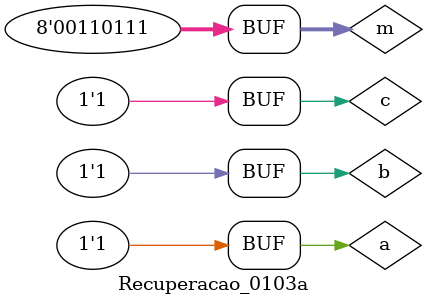
<source format=v>
/*
 Recuperacao_0103.v - v0.0. - 30 / 10 / 2022
 Autor    : Gabriel Vargas Bento de Souza
 Matricula: 778023
 */

/**
  Module A0113_simple (a,b,c)
 */
module A0113_simple (output s, 
              input a, b, c);
   assign s = (a & b) | (a & c); 
endmodule // s = A0113_simple (a,b,c)

/**
  Recuperacao_0103a.v
 */
module Recuperacao_0103a;
   reg  a, b, c;
   reg[7:0] m;
   wire s;
   
   // instancias
   A0113_simple A0113_1 (s, a, b, c);
   
   // valores iniciais
   initial begin: start
      a=1'bx; b=1'bx; c=1'bx;                     
   end

   // parte principal
   initial begin: main
       $display("Gabriel Vargas Bento de Souza - 778023");
       $display("Recuperacao_01");
       $display("\n03. A0113(a,b,c)\n");

       // monitoramento
       $display(" m  a  b  c  s");
       $monitor("%2c %2b %2b %2b %2b", m, a, b, c, s);

       // sinalizacao
          a=0; b=0; c=0; m="0";
       #1           c=1; m="1";
       #1      b=1; c=0; m="2";
       #1           c=1; m="3";
       #1 a=1; b=0; c=0; m="4";
       #1           c=1; m="5";
       #1      b=1; c=0; m="6";
       #1           c=1; m="7";
   end
endmodule // Recuperacao_0103a

/*
gabriel@desktop-ubuntu:~/Desktop/CC-PUC/2periodo/ARQ1/Tarefas/Recuperacao01$ vvp Recuperacao_0103a.vvp
Gabriel Vargas Bento de Souza - 778023
Recuperacao_01

03. A0113(a,b,c)

 m  a  b  c  s
 0  0  0  0  0
 1  0  0  1  0
 2  0  1  0  0
 3  0  1  1  0
 4  1  0  0  0
 5  1  0  1  1
 6  1  1  0  1
 7  1  1  1  1

*/
</source>
